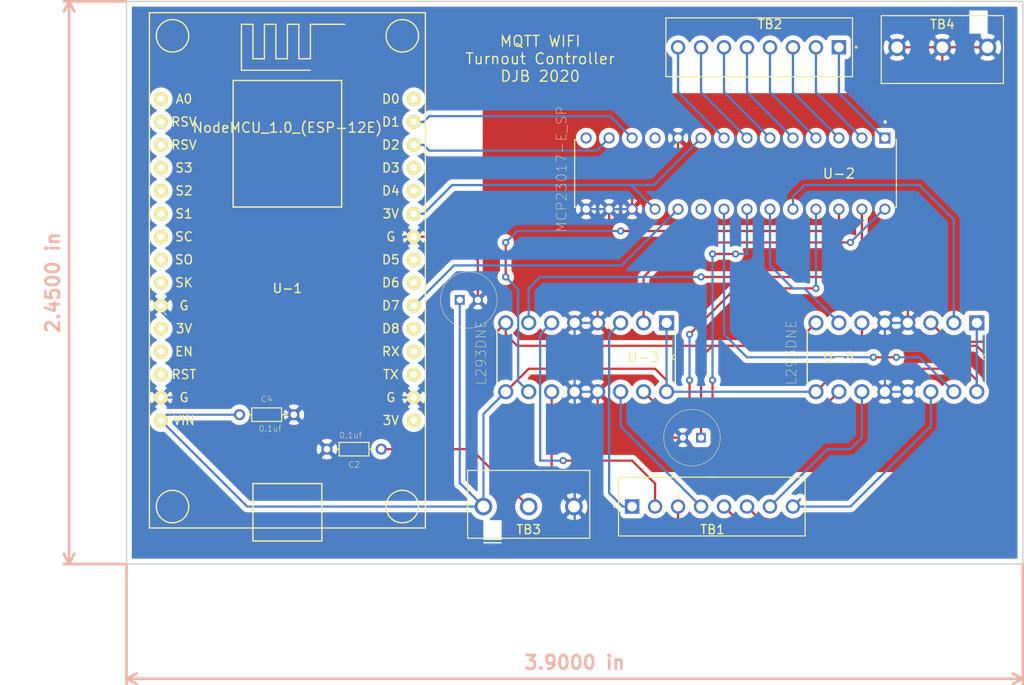
<source format=kicad_pcb>
(kicad_pcb (version 20171130) (host pcbnew 5.1.6-c6e7f7d~86~ubuntu16.04.1)
  (layers (0 F.Cu signal) (31 B.Cu signal) (34 B.Paste user) (35 F.Paste user) (36 B.SilkS user) (37 F.SilkS user) (38 B.Mask user) (39 F.Mask user) (44 Edge.Cuts user))
  (net 0 "")
  (net 1 "Net-(U-1-Pad1)")
  (net 2 "Net-(U-1-Pad2)")
  (net 3 "Net-(U-1-Pad3)")
  (net 4 "Net-(U-1-Pad4)")
  (net 5 "Net-(U-1-Pad5)")
  (net 6 "Net-(U-1-Pad6)")
  (net 7 "Net-(U-1-Pad7)")
  (net 8 "Net-(U-1-Pad8)")
  (net 9 "Net-(U-1-Pad9)")
  (net 10 GND)
  (net 11 "Net-(U-1-Pad11)")
  (net 12 "Net-(U-1-Pad12)")
  (net 13 "Net-(U-1-Pad13)")
  (net 14 VCC)
  (net 15 "Net-(U-1-Pad18)")
  (net 16 "Net-(U-1-Pad19)")
  (net 17 "Net-(U-1-Pad20)")
  (net 18 "Net-(U-1-Pad21)")
  (net 19 "Net-(U-1-Pad22)")
  (net 20 "Net-(U-1-Pad23)")
  (net 21 "Net-(U-1-Pad25)")
  (net 22 "Net-(U-1-Pad26)")
  (net 23 "Net-(U-1-Pad27)")
  (net 24 "Net-(U-1-Pad28)")
  (net 25 "Net-(U-1-Pad29)")
  (net 26 "Net-(U-1-Pad30)")
  (net 27 "Net-(U-2-Pad20)")
  (net 28 "Net-(U-1-Pad16)")
  (net 29 "Net-(TB1-Pad8)")
  (net 30 "Net-(TB1-Pad7)")
  (net 31 "Net-(TB1-Pad6)")
  (net 32 "Net-(TB1-Pad5)")
  (net 33 "Net-(TB1-Pad4)")
  (net 34 "Net-(TB1-Pad3)")
  (net 35 "Net-(TB1-Pad2)")
  (net 36 "Net-(TB1-Pad1)")
  (net 37 "Net-(TB2-Pad1)")
  (net 38 "Net-(TB2-Pad2)")
  (net 39 "Net-(TB2-Pad3)")
  (net 40 "Net-(TB2-Pad4)")
  (net 41 "Net-(TB2-Pad8)")
  (net 42 "Net-(TB2-Pad7)")
  (net 43 "Net-(TB2-Pad6)")
  (net 44 "Net-(TB2-Pad5)")
  (net 45 "Net-(U-2-Pad21)")
  (net 46 "Net-(U-2-Pad22)")
  (net 47 "Net-(U-2-Pad23)")
  (net 48 "Net-(U-2-Pad24)")
  (net 49 "Net-(U-2-Pad25)")
  (net 50 "Net-(U-2-Pad26)")
  (net 51 "Net-(U-2-Pad27)")
  (net 52 "Net-(U-2-Pad28)")
  (net 53 "Net-(C1-Pad1)")
  (module lib:axial-cap (layer F.Cu) (at 59.69 106.68)
    (fp_text reference C4 (at 0.25 -1.7236) (layer F.SilkS) (effects (font (size 0.658021 0.658021) (thickness 0.05))))
    (fp_text value 0.1uf (at 0.630335 1.53826) (layer F.SilkS) (effects (font (size 0.656928 0.656928) (thickness 0.05))))
    (fp_line (start -1.4 -0.75) (end 1.9 -0.75) (layer F.SilkS) (width 0.127))
    (fp_line (start 1.9 -0.75) (end 1.9 0) (layer F.SilkS) (width 0.127))
    (fp_line (start 1.9 0) (end 1.9 0.75) (layer F.SilkS) (width 0.127))
    (fp_line (start 1.9 0.75) (end -1.4 0.75) (layer F.SilkS) (width 0.127))
    (fp_line (start -1.4 0.75) (end -1.4 0) (layer F.SilkS) (width 0.127))
    (fp_line (start -1.4 0) (end -1.4 -0.75) (layer F.SilkS) (width 0.127))
    (fp_line (start -1.4 0) (end -2 0) (layer F.SilkS) (width 0.127))
    (fp_line (start 1.9 0) (end 2.5 0) (layer F.SilkS) (width 0.127))
    (pad 2 thru_hole circle (at 3.25 0) (size 1.238 1.238) (drill 0.73) (layers *.Cu *.Mask) (net 10 GND))
    (pad 1 thru_hole circle (at -2.75 0) (size 1.238 1.238) (drill 0.73) (layers *.Cu *.Mask) (net 14 VCC))
  )
  (module lib:CAPPRD200W50D525H1250 (layer F.Cu) (at 81.28 93.98)
    (fp_text reference C3 (at 0 0) (layer F.SilkS) (effects (font (thickness 0.015))))
    (fp_text value 47uf)
    (fp_circle (center 1 0) (end 4.125 0) (layer F.SilkS) (width 0.05))
    (pad 2 thru_hole circle (at 2 0) (size 1.1 1.1) (drill 0.7) (layers *.Cu *.Mask) (net 10 GND))
    (pad 1 thru_hole rect (at 0 0) (size 1.1 1.1) (drill 0.7) (layers *.Cu *.Mask) (net 14 VCC))
  )
  (module lib:axial-cap (layer F.Cu) (at 69.85 110.49 180)
    (fp_text reference C2 (at 0.25 -1.7236) (layer F.SilkS) (effects (font (size 0.658021 0.658021) (thickness 0.05))))
    (fp_text value 0.1uf (at 0.630335 1.53826) (layer F.SilkS) (effects (font (size 0.656928 0.656928) (thickness 0.05))))
    (fp_line (start -1.4 -0.75) (end 1.9 -0.75) (layer F.SilkS) (width 0.127))
    (fp_line (start 1.9 -0.75) (end 1.9 0) (layer F.SilkS) (width 0.127))
    (fp_line (start 1.9 0) (end 1.9 0.75) (layer F.SilkS) (width 0.127))
    (fp_line (start 1.9 0.75) (end -1.4 0.75) (layer F.SilkS) (width 0.127))
    (fp_line (start -1.4 0.75) (end -1.4 0) (layer F.SilkS) (width 0.127))
    (fp_line (start -1.4 0) (end -1.4 -0.75) (layer F.SilkS) (width 0.127))
    (fp_line (start -1.4 0) (end -2 0) (layer F.SilkS) (width 0.127))
    (fp_line (start 1.9 0) (end 2.5 0) (layer F.SilkS) (width 0.127))
    (pad 2 thru_hole circle (at 3.25 0 180) (size 1.238 1.238) (drill 0.73) (layers *.Cu *.Mask) (net 10 GND))
    (pad 1 thru_hole circle (at -2.75 0 180) (size 1.238 1.238) (drill 0.73) (layers *.Cu *.Mask) (net 53 "Net-(C1-Pad1)"))
  )
  (module lib:CAPPRD200W50D525H1250 (layer F.Cu) (at 107.95 109.22 180)
    (fp_text reference C1 (at 0 0) (layer F.SilkS) (effects (font (thickness 0.015))))
    (fp_text value 33uf)
    (fp_circle (center 1 0) (end 4.125 0) (layer F.SilkS) (width 0.05))
    (pad 2 thru_hole circle (at 2 0 180) (size 1.1 1.1) (drill 0.7) (layers *.Cu *.Mask) (net 10 GND))
    (pad 1 thru_hole rect (at 0 0 180) (size 1.1 1.1) (drill 0.7) (layers *.Cu *.Mask) (net 53 "Net-(C1-Pad1)"))
  )
  (module lib:TB_8X1 (layer F.Cu) (at 100.33 116.84)
    (fp_text reference TB1 (at 8.89 2.54 180) (layer F.SilkS))
    (fp_text value TB_8x1 hide)
    (fp_line (start -1.5 -3.25) (end -1.5 3.25) (layer F.SilkS) (width 0.127))
    (fp_line (start -1.5 3.25) (end 9.12 3.25) (layer F.SilkS) (width 0.127))
    (fp_line (start 9.12 -3.25) (end -1.5 -3.25) (layer F.SilkS) (width 0.127))
    (fp_circle (center -1.905 0) (end -1.805 0) (layer F.SilkS) (width 0.127))
    (fp_line (start 8.5 3.25) (end 19.12 3.25) (layer F.SilkS) (width 0.127))
    (fp_line (start 19.12 3.25) (end 19.12 -3.25) (layer F.SilkS) (width 0.127))
    (fp_line (start 19.12 -3.25) (end 8.5 -3.25) (layer F.SilkS) (width 0.127))
    (pad 1 thru_hole rect (at 0 0) (size 1.59 1.59) (drill 1.06) (layers *.Cu *.Mask) (net 36 "Net-(TB1-Pad1)"))
    (pad 2 thru_hole circle (at 2.54 0) (size 1.59 1.59) (drill 1.06) (layers *.Cu *.Mask) (net 35 "Net-(TB1-Pad2)"))
    (pad 3 thru_hole circle (at 5.08 0) (size 1.59 1.59) (drill 1.06) (layers *.Cu *.Mask) (net 34 "Net-(TB1-Pad3)"))
    (pad 4 thru_hole circle (at 7.62 0) (size 1.59 1.59) (drill 1.06) (layers *.Cu *.Mask) (net 33 "Net-(TB1-Pad4)"))
    (pad 5 thru_hole circle (at 10.16 0) (size 1.59 1.59) (drill 1.06) (layers *.Cu *.Mask) (net 32 "Net-(TB1-Pad5)"))
    (pad 6 thru_hole circle (at 12.7 0) (size 1.59 1.59) (drill 1.06) (layers *.Cu *.Mask) (net 31 "Net-(TB1-Pad6)"))
    (pad 7 thru_hole circle (at 15.24 0) (size 1.59 1.59) (drill 1.06) (layers *.Cu *.Mask) (net 30 "Net-(TB1-Pad7)"))
    (pad 8 thru_hole circle (at 17.78 0) (size 1.59 1.59) (drill 1.06) (layers *.Cu *.Mask) (net 29 "Net-(TB1-Pad8)"))
  )
  (module lib:DIP254P762X508-16 (layer F.Cu) (at 120.65 104.14 270)
    (fp_text reference U-4 (at -3.81 -2.54 180) (layer F.SilkS) (effects (font (size 1.1 1.1))))
    (fp_text value L293DNE (at -4.32591 2.72278 270) (layer F.SilkS) (effects (font (size 1.1 1.1) (thickness 0.05))))
    (fp_line (start -4.1148 -18.7452) (end -6.2992 -18.7452) (layer F.SilkS) (width 0.1524))
    (fp_line (start -3.5052 -18.7452) (end -4.1148 -18.7452) (layer F.SilkS) (width 0.1524))
    (fp_line (start -0.889 -18.7452) (end -3.5052 -18.7452) (layer F.SilkS) (width 0.1524))
    (fp_line (start -6.731 0.9652) (end -0.889 0.9652) (layer F.SilkS) (width 0.1524))
    (fp_arc (start -3.81 -18.7452) (end -4.1148 -18.7452) (angle -180) (layer F.SilkS) (width 0.1))
    (pad 16 thru_hole circle (at 0 -17.78 270) (size 1.6764 1.6764) (drill 1.1176) (layers *.Cu *.Mask) (net 14 VCC))
    (pad 15 thru_hole circle (at 0 -15.24 270) (size 1.6764 1.6764) (drill 1.1176) (layers *.Cu *.Mask) (net 45 "Net-(U-2-Pad21)"))
    (pad 14 thru_hole circle (at 0 -12.7 270) (size 1.6764 1.6764) (drill 1.1176) (layers *.Cu *.Mask) (net 29 "Net-(TB1-Pad8)"))
    (pad 13 thru_hole circle (at 0 -10.16 270) (size 1.6764 1.6764) (drill 1.1176) (layers *.Cu *.Mask) (net 10 GND))
    (pad 12 thru_hole circle (at 0 -7.62 270) (size 1.6764 1.6764) (drill 1.1176) (layers *.Cu *.Mask) (net 10 GND))
    (pad 11 thru_hole circle (at 0 -5.08 270) (size 1.6764 1.6764) (drill 1.1176) (layers *.Cu *.Mask) (net 30 "Net-(TB1-Pad7)"))
    (pad 10 thru_hole circle (at 0 -2.54 270) (size 1.6764 1.6764) (drill 1.1176) (layers *.Cu *.Mask) (net 46 "Net-(U-2-Pad22)"))
    (pad 9 thru_hole circle (at 0 0 270) (size 1.6764 1.6764) (drill 1.1176) (layers *.Cu *.Mask) (net 14 VCC))
    (pad 8 thru_hole circle (at -7.62 0 270) (size 1.6764 1.6764) (drill 1.1176) (layers *.Cu *.Mask) (net 53 "Net-(C1-Pad1)"))
    (pad 7 thru_hole circle (at -7.62 -2.54 270) (size 1.6764 1.6764) (drill 1.1176) (layers *.Cu *.Mask) (net 47 "Net-(U-2-Pad23)"))
    (pad 6 thru_hole circle (at -7.62 -5.08 270) (size 1.6764 1.6764) (drill 1.1176) (layers *.Cu *.Mask) (net 31 "Net-(TB1-Pad6)"))
    (pad 5 thru_hole circle (at -7.62 -7.62 270) (size 1.6764 1.6764) (drill 1.1176) (layers *.Cu *.Mask) (net 10 GND))
    (pad 4 thru_hole circle (at -7.62 -10.16 270) (size 1.6764 1.6764) (drill 1.1176) (layers *.Cu *.Mask) (net 10 GND))
    (pad 3 thru_hole circle (at -7.62 -12.7 270) (size 1.6764 1.6764) (drill 1.1176) (layers *.Cu *.Mask) (net 32 "Net-(TB1-Pad5)"))
    (pad 2 thru_hole circle (at -7.62 -15.24 270) (size 1.6764 1.6764) (drill 1.1176) (layers *.Cu *.Mask) (net 48 "Net-(U-2-Pad24)"))
    (pad 1 thru_hole rect (at -7.62 -17.78 270) (size 1.6764 1.6764) (drill 1.1176) (layers *.Cu *.Mask) (net 14 VCC))
  )
  (module lib:691214110003 (layer F.Cu) (at 134.62 66.04 180)
    (fp_text reference TB4 (at 0 2.54) (layer F.SilkS))
    (fp_text value TB_3x1-5 hide)
    (fp_line (start 6.75 -4) (end -6.75 -4) (layer F.SilkS) (width 0.127))
    (fp_line (start -6.75 -4) (end -6.75 3.4) (layer F.SilkS) (width 0.127))
    (fp_line (start 6.75 3.4) (end 6.75 -4) (layer F.SilkS) (width 0.127))
    (fp_line (start 6.75 3.5) (end -6.75 3.5) (layer F.SilkS) (width 0.127))
    (fp_text user 1 (at -4 2.75) (layer Edge.Cuts) (effects (font (thickness 0.05))))
    (pad 2 thru_hole circle (at 0 0 180) (size 1.95 1.95) (drill 1.3) (layers *.Cu *.Mask) (net 10 GND))
    (pad 1 thru_hole circle (at -5 0 180) (size 1.95 1.95) (drill 1.3) (layers *.Cu *.Mask) (net 10 GND))
    (pad 3 thru_hole circle (at 5 0 180) (size 1.95 1.95) (drill 1.3) (layers *.Cu *.Mask) (net 10 GND))
  )
  (module lib:691214110003 (layer F.Cu) (at 88.9 116.84)
    (fp_text reference TB3 (at 0 2.54) (layer F.SilkS))
    (fp_text value TB_3x1-5 hide)
    (fp_line (start 6.75 -4) (end -6.75 -4) (layer F.SilkS) (width 0.127))
    (fp_line (start -6.75 -4) (end -6.75 3.4) (layer F.SilkS) (width 0.127))
    (fp_line (start 6.75 3.4) (end 6.75 -4) (layer F.SilkS) (width 0.127))
    (fp_line (start 6.75 3.5) (end -6.75 3.5) (layer F.SilkS) (width 0.127))
    (fp_text user 1 (at -4 2.75) (layer Edge.Cuts) (effects (font (thickness 0.05))))
    (pad 2 thru_hole circle (at 0 0) (size 1.95 1.95) (drill 1.3) (layers *.Cu *.Mask) (net 53 "Net-(C1-Pad1)"))
    (pad 1 thru_hole circle (at -5 0) (size 1.95 1.95) (drill 1.3) (layers *.Cu *.Mask) (net 14 VCC))
    (pad 3 thru_hole circle (at 5 0) (size 1.95 1.95) (drill 1.3) (layers *.Cu *.Mask) (net 10 GND))
  )
  (module lib:TB_8X1 (layer F.Cu) (at 123.19 66.04 180)
    (fp_text reference TB2 (at 7.62 2.54 180) (layer F.SilkS))
    (fp_text value TB_8x1 hide)
    (fp_line (start 19.12 -3.25) (end 8.5 -3.25) (layer F.SilkS) (width 0.127))
    (fp_line (start 19.12 3.25) (end 19.12 -3.25) (layer F.SilkS) (width 0.127))
    (fp_line (start 8.5 3.25) (end 19.12 3.25) (layer F.SilkS) (width 0.127))
    (fp_circle (center -1.905 0) (end -1.805 0) (layer F.SilkS) (width 0.127))
    (fp_line (start 9.12 -3.25) (end -1.5 -3.25) (layer F.SilkS) (width 0.127))
    (fp_line (start -1.5 3.25) (end 9.12 3.25) (layer F.SilkS) (width 0.127))
    (fp_line (start -1.5 -3.25) (end -1.5 3.25) (layer F.SilkS) (width 0.127))
    (pad 8 thru_hole circle (at 17.78 0 180) (size 1.59 1.59) (drill 1.06) (layers *.Cu *.Mask) (net 41 "Net-(TB2-Pad8)"))
    (pad 7 thru_hole circle (at 15.24 0 180) (size 1.59 1.59) (drill 1.06) (layers *.Cu *.Mask) (net 42 "Net-(TB2-Pad7)"))
    (pad 6 thru_hole circle (at 12.7 0 180) (size 1.59 1.59) (drill 1.06) (layers *.Cu *.Mask) (net 43 "Net-(TB2-Pad6)"))
    (pad 5 thru_hole circle (at 10.16 0 180) (size 1.59 1.59) (drill 1.06) (layers *.Cu *.Mask) (net 44 "Net-(TB2-Pad5)"))
    (pad 4 thru_hole circle (at 7.62 0 180) (size 1.59 1.59) (drill 1.06) (layers *.Cu *.Mask) (net 40 "Net-(TB2-Pad4)"))
    (pad 3 thru_hole circle (at 5.08 0 180) (size 1.59 1.59) (drill 1.06) (layers *.Cu *.Mask) (net 39 "Net-(TB2-Pad3)"))
    (pad 2 thru_hole circle (at 2.54 0 180) (size 1.59 1.59) (drill 1.06) (layers *.Cu *.Mask) (net 38 "Net-(TB2-Pad2)"))
    (pad 1 thru_hole rect (at 0 0 180) (size 1.59 1.59) (drill 1.06) (layers *.Cu *.Mask) (net 37 "Net-(TB2-Pad1)"))
  )
  (module lib:DIP254P762X508-16 (layer F.Cu) (at 86.36 104.14 270)
    (fp_text reference U-3 (at -3.81 -15.24 180) (layer F.SilkS) (effects (font (size 1.1 1.1))))
    (fp_text value L293DNE (at -4.32591 2.72278 270) (layer F.SilkS) (effects (font (size 1.1 1.1) (thickness 0.05))))
    (fp_line (start -6.731 0.9652) (end -0.889 0.9652) (layer F.SilkS) (width 0.1524))
    (fp_line (start -0.889 -18.7452) (end -3.5052 -18.7452) (layer F.SilkS) (width 0.1524))
    (fp_line (start -3.5052 -18.7452) (end -4.1148 -18.7452) (layer F.SilkS) (width 0.1524))
    (fp_line (start -4.1148 -18.7452) (end -6.2992 -18.7452) (layer F.SilkS) (width 0.1524))
    (fp_arc (start -3.81 -18.7452) (end -4.1148 -18.7452) (angle -180) (layer F.SilkS) (width 0.1))
    (pad 1 thru_hole rect (at -7.62 -17.78 270) (size 1.6764 1.6764) (drill 1.1176) (layers *.Cu *.Mask) (net 14 VCC))
    (pad 2 thru_hole circle (at -7.62 -15.24 270) (size 1.6764 1.6764) (drill 1.1176) (layers *.Cu *.Mask) (net 52 "Net-(U-2-Pad28)"))
    (pad 3 thru_hole circle (at -7.62 -12.7 270) (size 1.6764 1.6764) (drill 1.1176) (layers *.Cu *.Mask) (net 36 "Net-(TB1-Pad1)"))
    (pad 4 thru_hole circle (at -7.62 -10.16 270) (size 1.6764 1.6764) (drill 1.1176) (layers *.Cu *.Mask) (net 10 GND))
    (pad 5 thru_hole circle (at -7.62 -7.62 270) (size 1.6764 1.6764) (drill 1.1176) (layers *.Cu *.Mask) (net 10 GND))
    (pad 6 thru_hole circle (at -7.62 -5.08 270) (size 1.6764 1.6764) (drill 1.1176) (layers *.Cu *.Mask) (net 35 "Net-(TB1-Pad2)"))
    (pad 7 thru_hole circle (at -7.62 -2.54 270) (size 1.6764 1.6764) (drill 1.1176) (layers *.Cu *.Mask) (net 51 "Net-(U-2-Pad27)"))
    (pad 8 thru_hole circle (at -7.62 0 270) (size 1.6764 1.6764) (drill 1.1176) (layers *.Cu *.Mask) (net 53 "Net-(C1-Pad1)"))
    (pad 9 thru_hole circle (at 0 0 270) (size 1.6764 1.6764) (drill 1.1176) (layers *.Cu *.Mask) (net 14 VCC))
    (pad 10 thru_hole circle (at 0 -2.54 270) (size 1.6764 1.6764) (drill 1.1176) (layers *.Cu *.Mask) (net 50 "Net-(U-2-Pad26)"))
    (pad 11 thru_hole circle (at 0 -5.08 270) (size 1.6764 1.6764) (drill 1.1176) (layers *.Cu *.Mask) (net 34 "Net-(TB1-Pad3)"))
    (pad 12 thru_hole circle (at 0 -7.62 270) (size 1.6764 1.6764) (drill 1.1176) (layers *.Cu *.Mask) (net 10 GND))
    (pad 13 thru_hole circle (at 0 -10.16 270) (size 1.6764 1.6764) (drill 1.1176) (layers *.Cu *.Mask) (net 10 GND))
    (pad 14 thru_hole circle (at 0 -12.7 270) (size 1.6764 1.6764) (drill 1.1176) (layers *.Cu *.Mask) (net 33 "Net-(TB1-Pad4)"))
    (pad 15 thru_hole circle (at 0 -15.24 270) (size 1.6764 1.6764) (drill 1.1176) (layers *.Cu *.Mask) (net 49 "Net-(U-2-Pad25)"))
    (pad 16 thru_hole circle (at 0 -17.78 270) (size 1.6764 1.6764) (drill 1.1176) (layers *.Cu *.Mask) (net 14 VCC))
  )
  (module lib:DIP787W45P254L3556H508Q28 (layer F.Cu) (at 111.76 80.01 270)
    (fp_text reference U-2 (at 0 -11.43) (layer F.SilkS) (effects (font (size 1.1 1.1))))
    (fp_text value MCP23017-E_SP (at -0.49333 19.2266 90) (layer F.SilkS) (effects (font (size 1.1 1.1) (thickness 0.05))))
    (fp_line (start 3.75 -17.78) (end -3.75 -17.78) (layer F.SilkS) (width 0.127))
    (fp_line (start 3.75 17.78) (end -3.75 17.78) (layer F.SilkS) (width 0.127))
    (fp_line (start -3.75 -17.78) (end -3.75 -17.526) (layer F.SilkS) (width 0.127))
    (fp_line (start 3.75 -17.78) (end 3.75 -17.526) (layer F.SilkS) (width 0.127))
    (fp_line (start -3.75 17.78) (end -3.75 17.526) (layer F.SilkS) (width 0.127))
    (fp_line (start 3.75 17.78) (end 3.75 17.526) (layer F.SilkS) (width 0.127))
    (fp_circle (center -5.71442 -16.5443) (end -5.61442 -16.5443) (layer F.SilkS) (width 0.2))
    (pad 1 thru_hole rect (at -3.935 -16.51 270) (size 1.23 1.23) (drill 0.82) (layers *.Cu *.Mask) (net 37 "Net-(TB2-Pad1)"))
    (pad 2 thru_hole circle (at -3.935 -13.97 270) (size 1.23 1.23) (drill 0.82) (layers *.Cu *.Mask) (net 38 "Net-(TB2-Pad2)"))
    (pad 3 thru_hole circle (at -3.935 -11.43 270) (size 1.23 1.23) (drill 0.82) (layers *.Cu *.Mask) (net 39 "Net-(TB2-Pad3)"))
    (pad 4 thru_hole circle (at -3.935 -8.89 270) (size 1.23 1.23) (drill 0.82) (layers *.Cu *.Mask) (net 40 "Net-(TB2-Pad4)"))
    (pad 5 thru_hole circle (at -3.935 -6.35 270) (size 1.23 1.23) (drill 0.82) (layers *.Cu *.Mask) (net 44 "Net-(TB2-Pad5)"))
    (pad 6 thru_hole circle (at -3.935 -3.81 270) (size 1.23 1.23) (drill 0.82) (layers *.Cu *.Mask) (net 43 "Net-(TB2-Pad6)"))
    (pad 7 thru_hole circle (at -3.935 -1.27 270) (size 1.23 1.23) (drill 0.82) (layers *.Cu *.Mask) (net 42 "Net-(TB2-Pad7)"))
    (pad 8 thru_hole circle (at -3.935 1.27 270) (size 1.23 1.23) (drill 0.82) (layers *.Cu *.Mask) (net 41 "Net-(TB2-Pad8)"))
    (pad 9 thru_hole circle (at -3.935 3.81 270) (size 1.23 1.23) (drill 0.82) (layers *.Cu *.Mask) (net 21 "Net-(U-1-Pad25)"))
    (pad 10 thru_hole circle (at -3.935 6.35 270) (size 1.23 1.23) (drill 0.82) (layers *.Cu *.Mask) (net 10 GND))
    (pad 11 thru_hole circle (at -3.935 8.89 270) (size 1.23 1.23) (drill 0.82) (layers *.Cu *.Mask))
    (pad 12 thru_hole circle (at -3.935 11.43 270) (size 1.23 1.23) (drill 0.82) (layers *.Cu *.Mask) (net 25 "Net-(U-1-Pad29)"))
    (pad 13 thru_hole circle (at -3.935 13.97 270) (size 1.23 1.23) (drill 0.82) (layers *.Cu *.Mask) (net 24 "Net-(U-1-Pad28)"))
    (pad 14 thru_hole circle (at -3.935 16.51 270) (size 1.23 1.23) (drill 0.82) (layers *.Cu *.Mask))
    (pad 15 thru_hole circle (at 3.935 16.51 270) (size 1.23 1.23) (drill 0.82) (layers *.Cu *.Mask) (net 10 GND))
    (pad 16 thru_hole circle (at 3.935 13.97 270) (size 1.23 1.23) (drill 0.82) (layers *.Cu *.Mask) (net 10 GND))
    (pad 17 thru_hole circle (at 3.935 11.43 270) (size 1.23 1.23) (drill 0.82) (layers *.Cu *.Mask) (net 10 GND))
    (pad 18 thru_hole circle (at 3.935 8.89 270) (size 1.23 1.23) (drill 0.82) (layers *.Cu *.Mask) (net 21 "Net-(U-1-Pad25)"))
    (pad 19 thru_hole circle (at 3.935 6.35 270) (size 1.23 1.23) (drill 0.82) (layers *.Cu *.Mask) (net 18 "Net-(U-1-Pad21)"))
    (pad 20 thru_hole circle (at 3.935 3.81 270) (size 1.23 1.23) (drill 0.82) (layers *.Cu *.Mask) (net 27 "Net-(U-2-Pad20)"))
    (pad 21 thru_hole circle (at 3.935 1.27 270) (size 1.23 1.23) (drill 0.82) (layers *.Cu *.Mask) (net 45 "Net-(U-2-Pad21)"))
    (pad 22 thru_hole circle (at 3.935 -1.27 270) (size 1.23 1.23) (drill 0.82) (layers *.Cu *.Mask) (net 46 "Net-(U-2-Pad22)"))
    (pad 23 thru_hole circle (at 3.935 -3.81 270) (size 1.23 1.23) (drill 0.82) (layers *.Cu *.Mask) (net 47 "Net-(U-2-Pad23)"))
    (pad 24 thru_hole circle (at 3.935 -6.35 270) (size 1.23 1.23) (drill 0.82) (layers *.Cu *.Mask) (net 48 "Net-(U-2-Pad24)"))
    (pad 25 thru_hole circle (at 3.935 -8.89 270) (size 1.23 1.23) (drill 0.82) (layers *.Cu *.Mask) (net 49 "Net-(U-2-Pad25)"))
    (pad 26 thru_hole circle (at 3.935 -11.43 270) (size 1.23 1.23) (drill 0.82) (layers *.Cu *.Mask) (net 50 "Net-(U-2-Pad26)"))
    (pad 27 thru_hole circle (at 3.935 -13.97 270) (size 1.23 1.23) (drill 0.82) (layers *.Cu *.Mask) (net 51 "Net-(U-2-Pad27)"))
    (pad 28 thru_hole circle (at 3.935 -16.51 270) (size 1.23 1.23) (drill 0.82) (layers *.Cu *.Mask) (net 52 "Net-(U-2-Pad28)"))
  )
  (module "lib:NodeMCU1.0(12-E)" (layer F.Cu) (at 62.23 92.71)
    (fp_text reference U-1 (at 0 0) (layer F.SilkS))
    (fp_text value "NodeMCU_1.0_(ESP-12E)" (at 0 -17.78) (layer F.SilkS) (effects (font (size 1.1 1.1))))
    (fp_line (start -6 -23) (end 6 -23) (layer F.SilkS) (width 0.15))
    (fp_line (start 6 -23) (end 6 -9) (layer F.SilkS) (width 0.15))
    (fp_line (start 6 -9) (end -6 -9) (layer F.SilkS) (width 0.15))
    (fp_line (start -6 -9) (end -6 -23) (layer F.SilkS) (width 0.15))
    (fp_line (start 2.54 -24.13) (end -5.08 -24.13) (layer F.SilkS) (width 0.15))
    (fp_line (start -5.08 -24.13) (end -5.08 -29.21) (layer F.SilkS) (width 0.15))
    (fp_line (start -5.08 -29.21) (end -3.81 -29.21) (layer F.SilkS) (width 0.15))
    (fp_line (start -3.81 -29.21) (end -3.81 -25.4) (layer F.SilkS) (width 0.15))
    (fp_line (start -3.81 -25.4) (end -2.54 -25.4) (layer F.SilkS) (width 0.15))
    (fp_line (start -2.54 -25.4) (end -2.54 -29.21) (layer F.SilkS) (width 0.15))
    (fp_line (start -2.54 -29.21) (end -1.27 -29.21) (layer F.SilkS) (width 0.15))
    (fp_line (start -1.27 -29.21) (end -1.27 -25.4) (layer F.SilkS) (width 0.15))
    (fp_line (start -1.27 -25.4) (end 0 -25.4) (layer F.SilkS) (width 0.15))
    (fp_line (start 0 -25.4) (end 0 -29.21) (layer F.SilkS) (width 0.15))
    (fp_line (start 0 -29.21) (end 1.27 -29.21) (layer F.SilkS) (width 0.15))
    (fp_line (start 1.27 -29.21) (end 1.27 -25.4) (layer F.SilkS) (width 0.15))
    (fp_line (start 1.27 -25.4) (end 2.54 -25.4) (layer F.SilkS) (width 0.15))
    (fp_line (start 2.54 -25.4) (end 2.54 -29.21) (layer F.SilkS) (width 0.15))
    (fp_line (start 2.54 -29.21) (end 6.35 -29.21) (layer F.SilkS) (width 0.15))
    (fp_line (start -3.81 27.94) (end 3.81 27.94) (layer F.SilkS) (width 0.15))
    (fp_line (start 3.81 27.94) (end 3.81 21.59) (layer F.SilkS) (width 0.15))
    (fp_line (start 3.81 21.59) (end -3.81 21.59) (layer F.SilkS) (width 0.15))
    (fp_line (start -3.81 21.59) (end -3.81 27.94) (layer F.SilkS) (width 0.15))
    (fp_circle (center 12.7 24.13) (end 13.97 22.86) (layer F.SilkS) (width 0.15))
    (fp_circle (center -12.7 24.13) (end -11.43 22.86) (layer F.SilkS) (width 0.15))
    (fp_circle (center -12.7 -27.94) (end -11.43 -29.21) (layer F.SilkS) (width 0.15))
    (fp_circle (center 12.7 -27.94) (end 13.97 -29.21) (layer F.SilkS) (width 0.15))
    (fp_line (start 15.25 -30.5) (end -14.75 -30.5) (layer F.SilkS) (width 0.15))
    (fp_line (start -14.75 -30.5) (end -15.25 -30.5) (layer F.SilkS) (width 0.15))
    (fp_line (start -15.25 -30.5) (end -15.25 26.5) (layer F.SilkS) (width 0.15))
    (fp_line (start -15.25 26.5) (end 15.25 26.5) (layer F.SilkS) (width 0.15))
    (fp_line (start 15.25 26.5) (end 15.25 -30.5) (layer F.SilkS) (width 0.15))
    (fp_text user VIN (at -11.43 14.605) (layer F.SilkS))
    (fp_text user G (at -11.43 12.065) (layer F.SilkS))
    (fp_text user RST (at -11.43 9.525) (layer F.SilkS))
    (fp_text user EN (at -11.43 6.985) (layer F.SilkS))
    (fp_text user 3V (at -11.43 4.445) (layer F.SilkS))
    (fp_text user G (at -11.43 1.905) (layer F.SilkS))
    (fp_text user SK (at -11.43 -0.635) (layer F.SilkS))
    (fp_text user SO (at -11.43 -3.175) (layer F.SilkS))
    (fp_text user SC (at -11.43 -5.715) (layer F.SilkS))
    (fp_text user S1 (at -11.43 -8.255) (layer F.SilkS))
    (fp_text user S2 (at -11.43 -10.795) (layer F.SilkS))
    (fp_text user S3 (at -11.43 -13.335) (layer F.SilkS))
    (fp_text user RSV (at -11.43 -15.875) (layer F.SilkS))
    (fp_text user RSV (at -11.43 -18.415) (layer F.SilkS))
    (fp_text user A0 (at -11.43 -20.955) (layer F.SilkS))
    (fp_text user 3V (at 11.43 14.605) (layer F.SilkS))
    (fp_text user G (at 11.43 12.065) (layer F.SilkS))
    (fp_text user TX (at 11.43 9.525) (layer F.SilkS))
    (fp_text user RX (at 11.43 6.985) (layer F.SilkS))
    (fp_text user D8 (at 11.43 4.445) (layer F.SilkS))
    (fp_text user D7 (at 11.43 1.905) (layer F.SilkS))
    (fp_text user D6 (at 11.43 -0.635) (layer F.SilkS))
    (fp_text user D5 (at 11.43 -3.175) (layer F.SilkS))
    (fp_text user G (at 11.43 -5.715) (layer F.SilkS))
    (fp_text user 3V (at 11.43 -8.255) (layer F.SilkS))
    (fp_text user D4 (at 11.43 -10.795) (layer F.SilkS))
    (fp_text user D3 (at 11.43 -13.335) (layer F.SilkS))
    (fp_text user D2 (at 11.43 -15.875) (layer F.SilkS))
    (fp_text user D1 (at 11.43 -18.415) (layer F.SilkS))
    (fp_text user D0 (at 11.43 -20.955) (layer F.SilkS))
    (pad 1 thru_hole circle (at -13.97 -20.955) (size 1.524 1.524) (drill 0.762) (layers *.Cu *.Mask F.SilkS) (net 1 "Net-(U-1-Pad1)"))
    (pad 2 thru_hole circle (at -13.97 -18.415) (size 1.524 1.524) (drill 0.762) (layers *.Cu *.Mask F.SilkS) (net 2 "Net-(U-1-Pad2)"))
    (pad 3 thru_hole circle (at -13.97 -15.875) (size 1.524 1.524) (drill 0.762) (layers *.Cu *.Mask F.SilkS) (net 3 "Net-(U-1-Pad3)"))
    (pad 4 thru_hole circle (at -13.97 -13.335) (size 1.524 1.524) (drill 0.762) (layers *.Cu *.Mask F.SilkS) (net 4 "Net-(U-1-Pad4)"))
    (pad 5 thru_hole circle (at -13.97 -10.795) (size 1.524 1.524) (drill 0.762) (layers *.Cu *.Mask F.SilkS) (net 5 "Net-(U-1-Pad5)"))
    (pad 6 thru_hole circle (at -13.97 -8.255) (size 1.524 1.524) (drill 0.762) (layers *.Cu *.Mask F.SilkS) (net 6 "Net-(U-1-Pad6)"))
    (pad 7 thru_hole circle (at -13.97 -5.715) (size 1.524 1.524) (drill 0.762) (layers *.Cu *.Mask F.SilkS) (net 7 "Net-(U-1-Pad7)"))
    (pad 8 thru_hole circle (at -13.97 -3.175) (size 1.524 1.524) (drill 0.762) (layers *.Cu *.Mask F.SilkS) (net 8 "Net-(U-1-Pad8)"))
    (pad 9 thru_hole circle (at -13.97 -0.635) (size 1.524 1.524) (drill 0.762) (layers *.Cu *.Mask F.SilkS) (net 9 "Net-(U-1-Pad9)"))
    (pad 10 thru_hole circle (at -13.97 1.905) (size 1.524 1.524) (drill 0.762) (layers *.Cu *.Mask F.SilkS) (net 10 GND))
    (pad 11 thru_hole circle (at -13.97 4.445) (size 1.524 1.524) (drill 0.762) (layers *.Cu *.Mask F.SilkS) (net 11 "Net-(U-1-Pad11)"))
    (pad 12 thru_hole circle (at -13.97 6.985) (size 1.524 1.524) (drill 0.762) (layers *.Cu *.Mask F.SilkS) (net 12 "Net-(U-1-Pad12)"))
    (pad 13 thru_hole circle (at -13.97 9.525) (size 1.524 1.524) (drill 0.762) (layers *.Cu *.Mask F.SilkS) (net 13 "Net-(U-1-Pad13)"))
    (pad 14 thru_hole circle (at -13.97 12.065) (size 1.524 1.524) (drill 0.762) (layers *.Cu *.Mask F.SilkS) (net 10 GND))
    (pad 15 thru_hole circle (at -13.97 14.605) (size 1.524 1.524) (drill 0.762) (layers *.Cu *.Mask F.SilkS) (net 14 VCC))
    (pad 16 thru_hole circle (at 13.97 14.605) (size 1.524 1.524) (drill 0.762) (layers *.Cu *.Mask F.SilkS) (net 28 "Net-(U-1-Pad16)"))
    (pad 17 thru_hole circle (at 13.97 12.065) (size 1.524 1.524) (drill 0.762) (layers *.Cu *.Mask F.SilkS) (net 10 GND))
    (pad 18 thru_hole circle (at 13.97 9.525) (size 1.524 1.524) (drill 0.762) (layers *.Cu *.Mask F.SilkS) (net 15 "Net-(U-1-Pad18)"))
    (pad 19 thru_hole circle (at 13.97 6.985) (size 1.524 1.524) (drill 0.762) (layers *.Cu *.Mask F.SilkS) (net 16 "Net-(U-1-Pad19)"))
    (pad 20 thru_hole circle (at 13.97 4.445) (size 1.524 1.524) (drill 0.762) (layers *.Cu *.Mask F.SilkS) (net 17 "Net-(U-1-Pad20)"))
    (pad 21 thru_hole circle (at 13.97 1.905) (size 1.524 1.524) (drill 0.762) (layers *.Cu *.Mask F.SilkS) (net 18 "Net-(U-1-Pad21)"))
    (pad 22 thru_hole circle (at 13.97 -0.635) (size 1.524 1.524) (drill 0.762) (layers *.Cu *.Mask F.SilkS) (net 19 "Net-(U-1-Pad22)"))
    (pad 23 thru_hole circle (at 13.97 -3.175) (size 1.524 1.524) (drill 0.762) (layers *.Cu *.Mask F.SilkS) (net 20 "Net-(U-1-Pad23)"))
    (pad 24 thru_hole circle (at 13.97 -5.715) (size 1.524 1.524) (drill 0.762) (layers *.Cu *.Mask F.SilkS) (net 10 GND))
    (pad 25 thru_hole circle (at 13.97 -8.255) (size 1.524 1.524) (drill 0.762) (layers *.Cu *.Mask F.SilkS) (net 21 "Net-(U-1-Pad25)"))
    (pad 26 thru_hole circle (at 13.97 -10.795) (size 1.524 1.524) (drill 0.762) (layers *.Cu *.Mask F.SilkS) (net 22 "Net-(U-1-Pad26)"))
    (pad 27 thru_hole circle (at 13.97 -13.335) (size 1.524 1.524) (drill 0.762) (layers *.Cu *.Mask F.SilkS) (net 23 "Net-(U-1-Pad27)"))
    (pad 28 thru_hole circle (at 13.97 -15.875) (size 1.524 1.524) (drill 0.762) (layers *.Cu *.Mask F.SilkS) (net 24 "Net-(U-1-Pad28)"))
    (pad 29 thru_hole circle (at 13.97 -18.415) (size 1.524 1.524) (drill 0.762) (layers *.Cu *.Mask F.SilkS) (net 25 "Net-(U-1-Pad29)"))
    (pad 30 thru_hole circle (at 13.97 -20.955) (size 1.524 1.524) (drill 0.762) (layers *.Cu *.Mask F.SilkS) (net 26 "Net-(U-1-Pad30)"))
  )
  (gr_text "MQTT WIFI\nTurnout Controller\nDJB 2020" (at 90.17 67.31) (layer F.SilkS) (effects (font (size 1.2 1.2))))
  (gr_line (start 143.51 123.19) (end 44.45 123.19) (layer Edge.Cuts) (width 0.15))
  (gr_line (start 143.51 60.96) (end 143.51 123.19) (layer Edge.Cuts) (width 0.15))
  (gr_line (start 44.45 60.96) (end 143.51 60.96) (layer Edge.Cuts) (width 0.15))
  (gr_line (start 44.45 123.19) (end 44.45 60.96) (layer Edge.Cuts) (width 0.15))
  (dimension 62.23 (width 0.3) (layer B.SilkS) (gr_text "62.230 mm" (at 36 92.075 270) (layer B.SilkS) (effects (font (size 1.5 1.5) (thickness 0.3)))) (feature1 (pts (xy 44.45 123.19) (xy 37.513579 123.19))) (feature2 (pts (xy 44.45 60.96) (xy 37.513579 60.96))) (crossbar (pts (xy 38.1 60.96) (xy 38.1 123.19))) (arrow1a (pts (xy 38.1 123.19) (xy 37.513579 122.063496))) (arrow1b (pts (xy 38.1 123.19) (xy 38.686421 122.063496))) (arrow2a (pts (xy 38.1 60.96) (xy 37.513579 62.086504))) (arrow2b (pts (xy 38.1 60.96) (xy 38.686421 62.086504))))
  (dimension 99.06 (width 0.3) (layer B.SilkS) (gr_text "99.060 mm" (at 93.98 137.99) (layer B.SilkS) (effects (font (size 1.5 1.5) (thickness 0.3)))) (feature1 (pts (xy 143.51 123.19) (xy 143.51 136.476421))) (feature2 (pts (xy 44.45 123.19) (xy 44.45 136.476421))) (crossbar (pts (xy 44.45 135.89) (xy 143.51 135.89))) (arrow1a (pts (xy 143.51 135.89) (xy 142.383496 136.476421))) (arrow1b (pts (xy 143.51 135.89) (xy 142.383496 135.303579))) (arrow2a (pts (xy 44.45 135.89) (xy 45.576504 136.476421))) (arrow2b (pts (xy 44.45 135.89) (xy 45.576504 135.303579))))
  (segment (start 49.33763 104.775) (end 76.2 104.775) (width 0.25) (layer B.Cu) (net 10))
  (segment (start 48.26 104.775) (end 49.33763 104.775) (width 0.25) (layer B.Cu) (net 10))
  (segment (start 95.25 83.945) (end 97.79 83.945) (width 0.25) (layer B.Cu) (net 10))
  (segment (start 97.79 83.945) (end 100.33 83.945) (width 0.25) (layer B.Cu) (net 10))
  (segment (start 105.41 76.075) (end 105.41 77.47) (width 0.25) (layer F.Cu) (net 10))
  (segment (start 100.33 82.55) (end 100.33 83.945) (width 0.25) (layer F.Cu) (net 10))
  (segment (start 105.41 77.47) (end 100.33 82.55) (width 0.25) (layer F.Cu) (net 10))
  (segment (start 105.41 78.3762) (end 108.3138 81.28) (width 0.25) (layer F.Cu) (net 10))
  (segment (start 105.41 77.47) (end 105.41 78.3762) (width 0.25) (layer F.Cu) (net 10))
  (segment (start 108.3138 81.28) (end 134.62 81.28) (width 0.25) (layer F.Cu) (net 10))
  (segment (start 76.2 86.995) (end 75.12237 86.995) (width 0.25) (layer F.Cu) (net 10))
  (segment (start 75.12237 86.995) (end 72.39 89.72737) (width 0.25) (layer B.Cu) (net 10))
  (segment (start 76.2 86.995) (end 75.12237 86.995) (width 0.25) (layer B.Cu) (net 10))
  (segment (start 72.39 100.965) (end 76.2 104.775) (width 0.25) (layer B.Cu) (net 10))
  (segment (start 72.39 89.72737) (end 72.39 100.965) (width 0.25) (layer B.Cu) (net 10))
  (segment (start 58.42 104.775) (end 48.26 94.615) (width 0.25) (layer B.Cu) (net 10))
  (segment (start 76.2 104.775) (end 58.42 104.775) (width 0.25) (layer B.Cu) (net 10))
  (segment (start 129.62 66.04) (end 134.62 66.04) (width 0.25) (layer F.Cu) (net 10))
  (segment (start 134.62 66.04) (end 139.62 66.04) (width 0.25) (layer F.Cu) (net 10))
  (segment (start 134.62 66.04) (end 134.62 81.28) (width 0.25) (layer F.Cu) (net 10))
  (segment (start 130.81 96.52) (end 128.27 96.52) (width 0.25) (layer B.Cu) (net 10))
  (segment (start 128.27 96.52) (end 128.27 104.14) (width 0.25) (layer B.Cu) (net 10))
  (segment (start 128.27 104.14) (end 130.81 104.14) (width 0.25) (layer B.Cu) (net 10))
  (segment (start 134.62 81.28) (end 134.62 88.9) (width 0.25) (layer F.Cu) (net 10))
  (segment (start 130.81 92.71) (end 130.81 96.52) (width 0.25) (layer F.Cu) (net 10))
  (segment (start 134.62 88.9) (end 130.81 92.71) (width 0.25) (layer F.Cu) (net 10))
  (segment (start 97.79 83.945) (end 97.79 86.36) (width 0.25) (layer F.Cu) (net 10))
  (segment (start 96.52 87.63) (end 96.52 96.52) (width 0.25) (layer F.Cu) (net 10))
  (segment (start 97.79 86.36) (end 96.52 87.63) (width 0.25) (layer F.Cu) (net 10))
  (segment (start 93.98 96.52) (end 96.52 96.52) (width 0.25) (layer B.Cu) (net 10))
  (segment (start 93.98 96.52) (end 93.98 104.14) (width 0.25) (layer B.Cu) (net 10))
  (segment (start 93.98 116.76) (end 93.9 116.84) (width 0.25) (layer B.Cu) (net 10))
  (segment (start 93.98 104.14) (end 93.98 116.76) (width 0.25) (layer B.Cu) (net 10))
  (segment (start 93.98 104.14) (end 96.52 104.14) (width 0.25) (layer B.Cu) (net 10))
  (segment (start 93.98 104.14) (end 93.98 118.11) (width 0.25) (layer B.Cu) (net 10))
  (segment (start 93.98 118.11) (end 93.949999 118.140001) (width 0.25) (layer B.Cu) (net 10))
  (segment (start 49.560001 118.140001) (end 45.72 114.3) (width 0.25) (layer B.Cu) (net 10))
  (segment (start 93.98 104.14) (end 93.98 120.65) (width 0.25) (layer B.Cu) (net 10))
  (segment (start 93.98 120.65) (end 52.07 120.65) (width 0.25) (layer B.Cu) (net 10))
  (segment (start 52.07 120.65) (end 49.53 118.11) (width 0.25) (layer B.Cu) (net 10))
  (segment (start 49.53 118.11) (end 45.72 114.3) (width 0.25) (layer B.Cu) (net 10))
  (segment (start 45.72 107.315) (end 48.26 104.775) (width 0.25) (layer B.Cu) (net 10))
  (segment (start 45.72 114.3) (end 45.72 107.315) (width 0.25) (layer B.Cu) (net 10))
  (segment (start 105.95 109.22) (end 97.79 109.22) (width 0.25) (layer F.Cu) (net 10))
  (segment (start 96.52 107.95) (end 96.52 104.14) (width 0.25) (layer F.Cu) (net 10))
  (segment (start 97.79 109.22) (end 96.52 107.95) (width 0.25) (layer F.Cu) (net 10))
  (segment (start 83.28 93.98) (end 83.28 89.63) (width 0.25) (layer F.Cu) (net 10))
  (segment (start 80.645 86.995) (end 76.2 86.995) (width 0.25) (layer F.Cu) (net 10))
  (segment (start 83.28 89.63) (end 80.645 86.995) (width 0.25) (layer F.Cu) (net 10))
  (segment (start 62.94 106.83) (end 62.94 106.68) (width 0.25) (layer B.Cu) (net 10))
  (segment (start 66.6 110.49) (end 62.94 106.83) (width 0.25) (layer B.Cu) (net 10))
  (segment (start 62.94 106.68) (end 59.69 106.68) (width 0.25) (layer B.Cu) (net 10))
  (segment (start 48.26 95.25) (end 48.26 94.615) (width 0.25) (layer B.Cu) (net 10))
  (segment (start 59.69 106.68) (end 48.26 95.25) (width 0.25) (layer B.Cu) (net 10))
  (segment (start 57.785 116.84) (end 48.26 107.315) (width 0.25) (layer B.Cu) (net 14))
  (segment (start 83.9 116.84) (end 57.785 116.84) (width 0.25) (layer B.Cu) (net 14))
  (segment (start 83.9 106.6) (end 86.36 104.14) (width 0.25) (layer B.Cu) (net 14))
  (segment (start 83.9 116.84) (end 83.9 106.6) (width 0.25) (layer B.Cu) (net 14))
  (segment (start 104.14 96.52) (end 104.14 104.14) (width 0.25) (layer B.Cu) (net 14))
  (segment (start 104.14 104.14) (end 120.65 104.14) (width 0.25) (layer B.Cu) (net 14))
  (segment (start 138.43 96.52) (end 138.43 104.14) (width 0.25) (layer B.Cu) (net 14))
  (segment (start 138.43 104.14) (end 138.43 102.87) (width 0.25) (layer F.Cu) (net 14))
  (segment (start 138.43 102.87) (end 137.16 101.6) (width 0.25) (layer F.Cu) (net 14))
  (segment (start 123.19 101.6) (end 120.65 104.14) (width 0.25) (layer F.Cu) (net 14))
  (segment (start 137.16 101.6) (end 123.19 101.6) (width 0.25) (layer F.Cu) (net 14))
  (segment (start 104.14 104.14) (end 104.14 102.87) (width 0.25) (layer F.Cu) (net 14))
  (segment (start 104.14 102.87) (end 102.87 101.6) (width 0.25) (layer F.Cu) (net 14))
  (segment (start 87.198199 103.301801) (end 86.36 104.14) (width 0.25) (layer F.Cu) (net 14))
  (segment (start 88.9 101.6) (end 87.198199 103.301801) (width 0.25) (layer F.Cu) (net 14))
  (segment (start 102.87 101.6) (end 88.9 101.6) (width 0.25) (layer F.Cu) (net 14))
  (segment (start 81.28 93.98) (end 81.28 114.3) (width 0.25) (layer B.Cu) (net 14))
  (segment (start 81.36 114.3) (end 83.9 116.84) (width 0.25) (layer B.Cu) (net 14))
  (segment (start 81.28 114.3) (end 81.36 114.3) (width 0.25) (layer B.Cu) (net 14))
  (segment (start 48.895 106.68) (end 48.26 107.315) (width 0.25) (layer B.Cu) (net 14))
  (segment (start 56.94 106.68) (end 48.895 106.68) (width 0.25) (layer B.Cu) (net 14))
  (segment (start 80.645 90.17) (end 76.2 94.615) (width 0.25) (layer B.Cu) (net 18))
  (segment (start 99.185 90.17) (end 80.645 90.17) (width 0.25) (layer B.Cu) (net 18))
  (segment (start 105.41 83.945) (end 99.185 90.17) (width 0.25) (layer B.Cu) (net 18))
  (segment (start 77.27763 84.455) (end 80.45263 81.28) (width 0.25) (layer B.Cu) (net 21))
  (segment (start 76.2 84.455) (end 77.27763 84.455) (width 0.25) (layer B.Cu) (net 21))
  (segment (start 100.205 81.28) (end 102.87 83.945) (width 0.25) (layer B.Cu) (net 21))
  (segment (start 80.45263 81.28) (end 100.205 81.28) (width 0.25) (layer B.Cu) (net 21))
  (segment (start 102.745 81.28) (end 107.95 76.075) (width 0.25) (layer B.Cu) (net 21))
  (segment (start 100.205 81.28) (end 102.745 81.28) (width 0.25) (layer B.Cu) (net 21))
  (segment (start 77.27763 76.835) (end 77.91263 77.47) (width 0.25) (layer B.Cu) (net 24))
  (segment (start 76.2 76.835) (end 77.27763 76.835) (width 0.25) (layer B.Cu) (net 24))
  (segment (start 96.395 77.47) (end 97.79 76.075) (width 0.25) (layer B.Cu) (net 24))
  (segment (start 77.91263 77.47) (end 96.395 77.47) (width 0.25) (layer B.Cu) (net 24))
  (segment (start 77.27763 74.295) (end 77.91263 73.66) (width 0.25) (layer B.Cu) (net 25))
  (segment (start 76.2 74.295) (end 77.27763 74.295) (width 0.25) (layer B.Cu) (net 25))
  (segment (start 97.915 73.66) (end 100.33 76.075) (width 0.25) (layer B.Cu) (net 25))
  (segment (start 77.91263 73.66) (end 97.915 73.66) (width 0.25) (layer B.Cu) (net 25))
  (segment (start 118.904999 116.045001) (end 118.11 116.84) (width 0.25) (layer B.Cu) (net 29))
  (segment (start 133.35 104.14) (end 133.35 107.95) (width 0.25) (layer B.Cu) (net 29))
  (segment (start 124.46 116.84) (end 118.11 116.84) (width 0.25) (layer B.Cu) (net 29))
  (segment (start 133.35 107.95) (end 124.46 116.84) (width 0.25) (layer B.Cu) (net 29))
  (segment (start 125.73 104.14) (end 125.73 109.22) (width 0.25) (layer B.Cu) (net 30))
  (segment (start 125.73 109.22) (end 124.46 110.49) (width 0.25) (layer B.Cu) (net 30))
  (segment (start 121.92 110.49) (end 115.57 116.84) (width 0.25) (layer B.Cu) (net 30))
  (segment (start 124.46 110.49) (end 121.92 110.49) (width 0.25) (layer B.Cu) (net 30))
  (segment (start 125.73 96.52) (end 125.73 99.06) (width 0.25) (layer F.Cu) (net 31))
  (segment (start 125.73 99.06) (end 138.43 99.06) (width 0.25) (layer F.Cu) (net 31))
  (segment (start 138.43 99.06) (end 140.97 101.6) (width 0.25) (layer F.Cu) (net 31))
  (segment (start 140.97 101.6) (end 140.97 114.3) (width 0.25) (layer F.Cu) (net 31))
  (segment (start 140.97 114.3) (end 134.62 120.65) (width 0.25) (layer F.Cu) (net 31))
  (segment (start 116.84 120.65) (end 113.03 116.84) (width 0.25) (layer F.Cu) (net 31))
  (segment (start 134.62 120.65) (end 116.84 120.65) (width 0.25) (layer F.Cu) (net 31))
  (segment (start 135.43999 98.60999) (end 140.51999 98.60999) (width 0.25) (layer F.Cu) (net 32))
  (segment (start 133.35 96.52) (end 135.43999 98.60999) (width 0.25) (layer F.Cu) (net 32))
  (segment (start 141.42001 99.51001) (end 141.42001 115.11999) (width 0.25) (layer F.Cu) (net 32))
  (segment (start 140.51999 98.60999) (end 141.42001 99.51001) (width 0.25) (layer F.Cu) (net 32))
  (segment (start 141.42001 115.11999) (end 134.62 121.92) (width 0.25) (layer F.Cu) (net 32))
  (segment (start 115.57 121.92) (end 110.49 116.84) (width 0.25) (layer F.Cu) (net 32))
  (segment (start 134.62 121.92) (end 115.57 121.92) (width 0.25) (layer F.Cu) (net 32))
  (segment (start 99.06 104.14) (end 99.06 107.95) (width 0.25) (layer B.Cu) (net 33))
  (segment (start 99.06 107.95) (end 101.6 110.49) (width 0.25) (layer B.Cu) (net 33))
  (segment (start 101.6 110.49) (end 107.95 116.84) (width 0.25) (layer B.Cu) (net 33))
  (segment (start 105.41 119.38) (end 105.41 116.84) (width 0.25) (layer F.Cu) (net 34))
  (segment (start 91.44 104.14) (end 91.44 120.65) (width 0.25) (layer F.Cu) (net 34))
  (segment (start 91.44 120.65) (end 92.71 121.92) (width 0.25) (layer F.Cu) (net 34))
  (segment (start 92.71 121.92) (end 102.87 121.92) (width 0.25) (layer F.Cu) (net 34))
  (segment (start 102.87 121.92) (end 105.41 119.38) (width 0.25) (layer F.Cu) (net 34))
  (segment (start 102.87 116.84) (end 102.87 114.3) (width 0.25) (layer F.Cu) (net 35))
  (via (at 92.71 111.76) (size 0.8) (drill 0.4) (layers F.Cu B.Cu) (net 35))
  (segment (start 100.33 111.76) (end 92.71 111.76) (width 0.25) (layer F.Cu) (net 35))
  (segment (start 102.87 114.3) (end 100.33 111.76) (width 0.25) (layer F.Cu) (net 35))
  (segment (start 92.71 111.76) (end 90.17 111.76) (width 0.25) (layer B.Cu) (net 35))
  (segment (start 90.17 97.79) (end 90.601801 97.358199) (width 0.25) (layer B.Cu) (net 35))
  (segment (start 90.601801 97.358199) (end 91.44 96.52) (width 0.25) (layer B.Cu) (net 35))
  (segment (start 90.17 111.76) (end 90.17 97.79) (width 0.25) (layer B.Cu) (net 35))
  (segment (start 99.06 96.52) (end 97.79 97.79) (width 0.25) (layer B.Cu) (net 36))
  (segment (start 97.79 115.345) (end 99.285 116.84) (width 0.25) (layer B.Cu) (net 36))
  (segment (start 99.285 116.84) (end 100.33 116.84) (width 0.25) (layer B.Cu) (net 36))
  (segment (start 97.79 97.79) (end 97.79 115.345) (width 0.25) (layer B.Cu) (net 36))
  (segment (start 128.27 76.075) (end 128.27 76.2) (width 0.25) (layer B.Cu) (net 37))
  (segment (start 128.27 76.2) (end 123.19 71.12) (width 0.25) (layer B.Cu) (net 37))
  (segment (start 123.19 71.12) (end 123.19 66.04) (width 0.25) (layer B.Cu) (net 37))
  (segment (start 120.65 70.995) (end 125.73 76.075) (width 0.25) (layer B.Cu) (net 38))
  (segment (start 120.65 66.04) (end 120.65 70.995) (width 0.25) (layer B.Cu) (net 38))
  (segment (start 118.11 66.04) (end 118.11 71.12) (width 0.25) (layer B.Cu) (net 39))
  (segment (start 118.235 71.12) (end 123.19 76.075) (width 0.25) (layer B.Cu) (net 39))
  (segment (start 118.11 71.12) (end 118.235 71.12) (width 0.25) (layer B.Cu) (net 39))
  (segment (start 115.57 70.995) (end 120.65 76.075) (width 0.25) (layer B.Cu) (net 40))
  (segment (start 115.57 66.04) (end 115.57 70.995) (width 0.25) (layer B.Cu) (net 40))
  (segment (start 105.41 70.995) (end 110.49 76.075) (width 0.25) (layer B.Cu) (net 41))
  (segment (start 105.41 66.04) (end 105.41 70.995) (width 0.25) (layer B.Cu) (net 41))
  (segment (start 107.95 70.995) (end 113.03 76.075) (width 0.25) (layer B.Cu) (net 42))
  (segment (start 107.95 66.04) (end 107.95 70.995) (width 0.25) (layer B.Cu) (net 42))
  (segment (start 110.49 70.995) (end 115.57 76.075) (width 0.25) (layer B.Cu) (net 43))
  (segment (start 110.49 66.04) (end 110.49 70.995) (width 0.25) (layer B.Cu) (net 43))
  (segment (start 113.03 70.995) (end 118.11 76.075) (width 0.25) (layer B.Cu) (net 44))
  (segment (start 113.03 66.04) (end 113.03 70.995) (width 0.25) (layer B.Cu) (net 44))
  (segment (start 110.49 83.945) (end 110.49 96.52) (width 0.25) (layer B.Cu) (net 45))
  (segment (start 110.49 96.52) (end 110.49 97.79) (width 0.25) (layer B.Cu) (net 45))
  (via (at 127 100.33) (size 0.8) (drill 0.4) (layers F.Cu B.Cu) (net 45))
  (segment (start 113.03 100.33) (end 127 100.33) (width 0.25) (layer B.Cu) (net 45))
  (segment (start 110.49 97.79) (end 113.03 100.33) (width 0.25) (layer B.Cu) (net 45))
  (via (at 129.54 100.33) (size 0.8) (drill 0.4) (layers F.Cu B.Cu) (net 45))
  (segment (start 127 100.33) (end 129.54 100.33) (width 0.25) (layer F.Cu) (net 45))
  (segment (start 129.54 100.33) (end 132.08 100.33) (width 0.25) (layer B.Cu) (net 45))
  (segment (start 132.08 100.33) (end 135.89 104.14) (width 0.25) (layer B.Cu) (net 45))
  (segment (start 113.03 83.945) (end 113.03 88.9) (width 0.25) (layer B.Cu) (net 46))
  (via (at 111.76 88.9) (size 0.8) (drill 0.4) (layers F.Cu B.Cu) (net 46))
  (segment (start 113.03 88.9) (end 111.76 88.9) (width 0.25) (layer B.Cu) (net 46))
  (via (at 109.22 88.9) (size 0.8) (drill 0.4) (layers F.Cu B.Cu) (net 46))
  (segment (start 111.76 88.9) (end 109.22 88.9) (width 0.25) (layer F.Cu) (net 46))
  (via (at 109.22 102.87) (size 0.8) (drill 0.4) (layers F.Cu B.Cu) (net 46))
  (segment (start 109.22 88.9) (end 109.22 102.87) (width 0.25) (layer B.Cu) (net 46))
  (segment (start 109.22 102.87) (end 109.22 105.41) (width 0.25) (layer F.Cu) (net 46))
  (segment (start 109.22 105.41) (end 110.49 106.68) (width 0.25) (layer F.Cu) (net 46))
  (segment (start 120.65 106.68) (end 123.19 104.14) (width 0.25) (layer F.Cu) (net 46))
  (segment (start 110.49 106.68) (end 120.65 106.68) (width 0.25) (layer F.Cu) (net 46))
  (segment (start 115.57 83.945) (end 115.57 90.17) (width 0.25) (layer B.Cu) (net 47))
  (segment (start 115.57 90.17) (end 118.11 92.71) (width 0.25) (layer B.Cu) (net 47))
  (segment (start 119.38 92.71) (end 123.19 96.52) (width 0.25) (layer B.Cu) (net 47))
  (segment (start 118.11 92.71) (end 119.38 92.71) (width 0.25) (layer B.Cu) (net 47))
  (segment (start 118.11 83.945) (end 118.11 82.55) (width 0.25) (layer B.Cu) (net 48))
  (segment (start 118.11 82.55) (end 119.38 81.28) (width 0.25) (layer B.Cu) (net 48))
  (segment (start 119.38 81.28) (end 132.08 81.28) (width 0.25) (layer B.Cu) (net 48))
  (segment (start 135.89 85.09) (end 135.89 96.52) (width 0.25) (layer B.Cu) (net 48))
  (segment (start 132.08 81.28) (end 135.89 85.09) (width 0.25) (layer B.Cu) (net 48))
  (via (at 120.65 92.71) (size 0.8) (drill 0.4) (layers F.Cu B.Cu) (net 49))
  (segment (start 120.65 83.945) (end 120.65 92.71) (width 0.25) (layer B.Cu) (net 49))
  (segment (start 111.76 92.71) (end 106.68 97.79) (width 0.25) (layer F.Cu) (net 49))
  (via (at 106.68 97.79) (size 0.8) (drill 0.4) (layers F.Cu B.Cu) (net 49))
  (segment (start 120.65 92.71) (end 111.76 92.71) (width 0.25) (layer F.Cu) (net 49))
  (segment (start 106.68 97.79) (end 106.68 102.87) (width 0.25) (layer B.Cu) (net 49))
  (via (at 106.68 102.87) (size 0.8) (drill 0.4) (layers F.Cu B.Cu) (net 49))
  (segment (start 106.68 102.87) (end 106.68 106.68) (width 0.25) (layer F.Cu) (net 49))
  (segment (start 106.68 106.68) (end 105.41 107.95) (width 0.25) (layer F.Cu) (net 49))
  (segment (start 105.41 107.95) (end 101.6 104.14) (width 0.25) (layer F.Cu) (net 49))
  (segment (start 123.19 83.945) (end 123.19 85.09) (width 0.25) (layer F.Cu) (net 50))
  (segment (start 123.19 85.09) (end 121.92 86.36) (width 0.25) (layer F.Cu) (net 50))
  (via (at 99.06 86.36) (size 0.8) (drill 0.4) (layers F.Cu B.Cu) (net 50))
  (segment (start 121.92 86.36) (end 99.06 86.36) (width 0.25) (layer F.Cu) (net 50))
  (via (at 86.36 87.63) (size 0.8) (drill 0.4) (layers F.Cu B.Cu) (net 50))
  (segment (start 87.63 86.36) (end 86.36 87.63) (width 0.25) (layer B.Cu) (net 50))
  (segment (start 99.06 86.36) (end 87.63 86.36) (width 0.25) (layer B.Cu) (net 50))
  (via (at 86.36 91.44) (size 0.8) (drill 0.4) (layers F.Cu B.Cu) (net 50))
  (segment (start 86.36 87.63) (end 86.36 91.44) (width 0.25) (layer F.Cu) (net 50))
  (segment (start 87.736799 102.976799) (end 88.061801 103.301801) (width 0.25) (layer B.Cu) (net 50))
  (segment (start 88.061801 103.301801) (end 88.9 104.14) (width 0.25) (layer B.Cu) (net 50))
  (segment (start 87.736799 92.816799) (end 87.736799 102.976799) (width 0.25) (layer B.Cu) (net 50))
  (segment (start 86.36 91.44) (end 87.736799 92.816799) (width 0.25) (layer B.Cu) (net 50))
  (segment (start 88.9 96.52) (end 88.9 92.71) (width 0.25) (layer B.Cu) (net 51))
  (segment (start 90.17 91.44) (end 107.95 91.44) (width 0.25) (layer B.Cu) (net 51))
  (via (at 107.95 91.44) (size 0.8) (drill 0.4) (layers F.Cu B.Cu) (net 51))
  (segment (start 88.9 92.71) (end 90.17 91.44) (width 0.25) (layer B.Cu) (net 51))
  (segment (start 107.95 91.44) (end 124.46 91.44) (width 0.25) (layer F.Cu) (net 51))
  (segment (start 125.73 90.17) (end 125.73 83.945) (width 0.25) (layer F.Cu) (net 51))
  (segment (start 124.46 91.44) (end 125.73 90.17) (width 0.25) (layer F.Cu) (net 51))
  (segment (start 101.6 96.52) (end 101.6 91.44) (width 0.25) (layer F.Cu) (net 52))
  (via (at 124.46 87.63) (size 0.8) (drill 0.4) (layers F.Cu B.Cu) (net 52))
  (segment (start 105.41 87.63) (end 124.46 87.63) (width 0.25) (layer F.Cu) (net 52))
  (segment (start 101.6 91.44) (end 105.41 87.63) (width 0.25) (layer F.Cu) (net 52))
  (segment (start 128.145 83.945) (end 128.27 83.945) (width 0.25) (layer B.Cu) (net 52))
  (segment (start 124.46 87.63) (end 128.145 83.945) (width 0.25) (layer B.Cu) (net 52))
  (segment (start 86.36 96.52) (end 82.55 100.33) (width 0.25) (layer F.Cu) (net 53))
  (segment (start 82.55 100.33) (end 82.55 110.49) (width 0.25) (layer F.Cu) (net 53))
  (segment (start 82.55 110.49) (end 88.9 116.84) (width 0.25) (layer F.Cu) (net 53))
  (segment (start 86.36 96.52) (end 86.36 97.79) (width 0.25) (layer F.Cu) (net 53))
  (segment (start 86.36 97.79) (end 87.63 99.06) (width 0.25) (layer F.Cu) (net 53))
  (segment (start 118.11 99.06) (end 120.65 96.52) (width 0.25) (layer F.Cu) (net 53))
  (segment (start 87.63 99.06) (end 118.11 99.06) (width 0.25) (layer F.Cu) (net 53))
  (segment (start 107.95 100.33) (end 109.22 99.06) (width 0.25) (layer F.Cu) (net 53))
  (segment (start 109.22 99.06) (end 118.11 99.06) (width 0.25) (layer F.Cu) (net 53))
  (segment (start 107.95 109.22) (end 107.95 100.33) (width 0.25) (layer F.Cu) (net 53))
  (segment (start 72.6 110.49) (end 82.55 110.49) (width 0.25) (layer F.Cu) (net 53))
  (zone (net 10) (net_name GND) (layer B.Cu) (connect_pads (clearance 0.508)) (min_thickness 0.254) (fill yes (arc_segments 32) (thermal_gap 0.508) (thermal_bridge_width 0.508))
    (polygon (pts (xy 143.51 123.19) (xy 44.45 123.19) (xy 44.45 60.96) (xy 143.51 60.96)))
  )
  (zone (net 10) (net_name GND) (layer F.Cu) (connect_pads (clearance 0.508)) (min_thickness 0.254) (fill yes (arc_segments 32) (thermal_gap 0.508) (thermal_bridge_width 0.508))
    (polygon (pts (xy 142.24 113.03) (xy 83.82 113.03) (xy 83.82 71.12) (xy 142.24 71.12)))
  )
)
</source>
